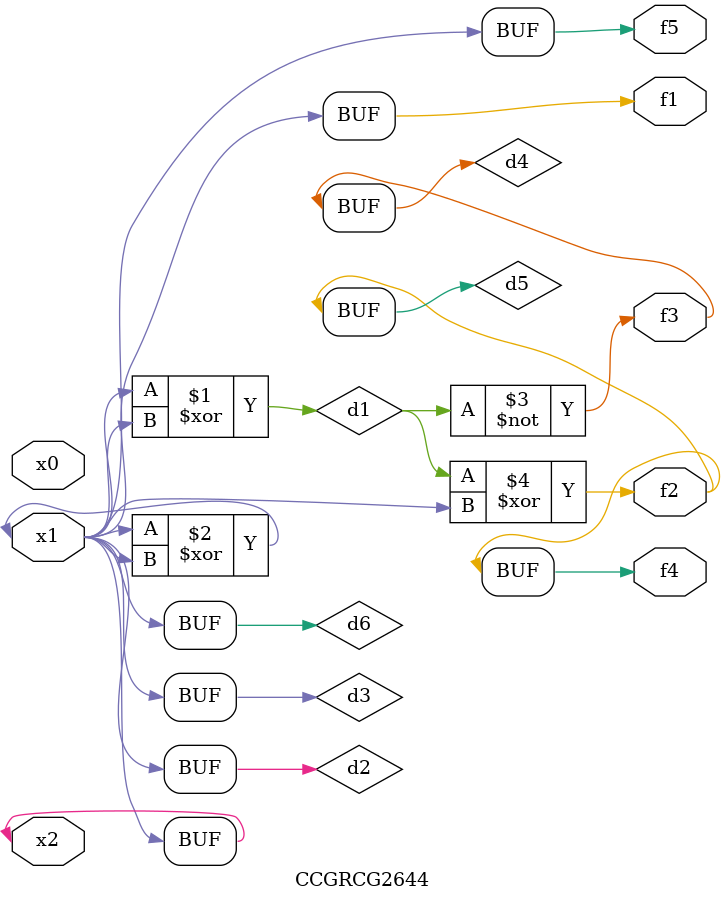
<source format=v>
module CCGRCG2644(
	input x0, x1, x2,
	output f1, f2, f3, f4, f5
);

	wire d1, d2, d3, d4, d5, d6;

	xor (d1, x1, x2);
	buf (d2, x1, x2);
	xor (d3, x1, x2);
	nor (d4, d1);
	xor (d5, d1, d2);
	buf (d6, d2, d3);
	assign f1 = d6;
	assign f2 = d5;
	assign f3 = d4;
	assign f4 = d5;
	assign f5 = d6;
endmodule

</source>
